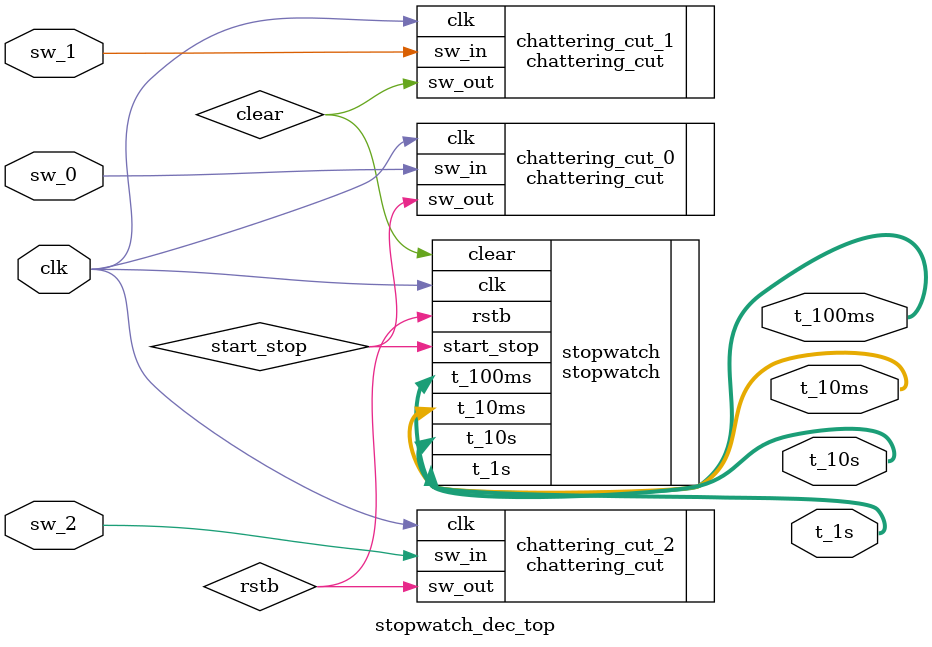
<source format=v>
module stopwatch_dec_top (
 clk, sw_0, sw_1, sw_2,
 t_10ms,t_100ms,t_1s,t_10s
);

input clk;
input sw_0;
input sw_1;
input sw_2;
output[3:0] t_10ms;
output[3:0] t_100ms;
output[3:0] t_1s;
output[3:0] t_10s;

wire start_stop;
wire clear;
wire rstb;

//SW_0 start_stop
chattering_cut chattering_cut_0(
  .clk(clk),
  .sw_in(sw_0),
  .sw_out(start_stop));  

//SW_1 clear
chattering_cut chattering_cut_1(
  .clk(clk),
  .sw_in(sw_1),
  .sw_out(clear));  

//SW_2 rstb
chattering_cut chattering_cut_2(
  .clk(clk),
  .sw_in(sw_2),
  .sw_out(rstb));  

//vªpJE^
stopwatch stopwatch (
  .clk(clk),
  .rstb(rstb),
  .start_stop(start_stop),
  .clear(clear),
  //.rstb(sw_2),
  //.start_stop(sw_0),
  //.clear(sw_1),
  . t_10ms(t_10ms),
  . t_100ms(t_100ms),
  . t_1s(t_1s),
  . t_10s(t_10s)
);

		
endmodule


</source>
